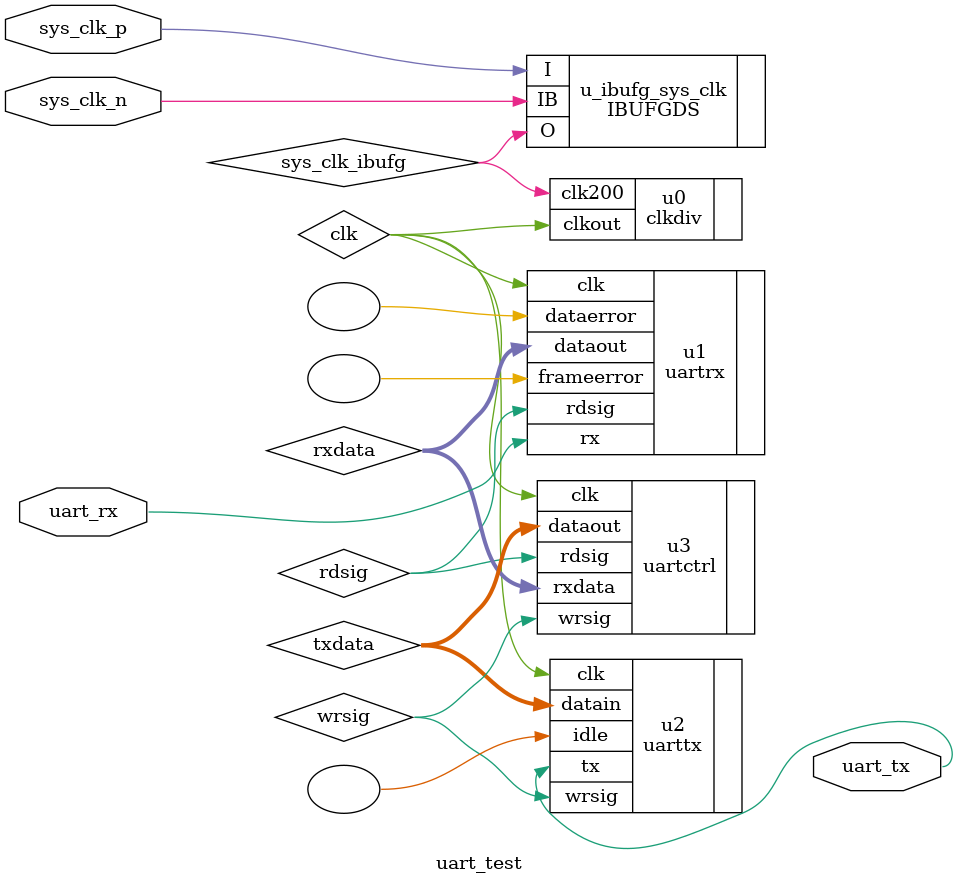
<source format=v>
`timescale 1ns / 1ps
module uart_test(
         input sys_clk_p,                     // ¿ª·¢°åÉÏ²î·ÖÊäÈëÊ±ÖÓP: 200Mhz
         input sys_clk_n,                     // ¿ª·¢°åÉÏ²î·ÖÊäÈëÊ±ÖÓN: 200Mhz
         input uart_rx,                       // ´®¿Ú½ÓÊÕ
         output uart_tx);                     // ´®¿Ú·¢ËÍ

////////////////²î·ÖÊ±ÖÓ×ª»»³Éµ¥¶ËÊ±ÖÓ////////////////////////
wire sys_clk_ibufg;
 IBUFGDS #
       (
        .DIFF_TERM    ("FALSE"),
        .IBUF_LOW_PWR ("FALSE")
        )
       u_ibufg_sys_clk
         (
          .I  (sys_clk_p),
          .IB (sys_clk_n),
          .O  (sys_clk_ibufg)
          );

wire clk;       //clock for 9600 uart port
wire [7:0] txdata,rxdata;     //´®¿Ú·¢ËÍÊý¾ÝºÍ´®¿Ú½ÓÊÕÊý¾Ý
wire rdsig;                   //´®¿Ú½ÓÊÕÊý¾ÝÓÐÐ§ÐÅºÅ
wire wrsig;                   //´®¿Ú·¢ËÍÊý¾ÝÓÐÐ§ÐÅºÅ


//²úÉúÊ±ÖÓµÄÆµÂÊÎª16*9600
clkdiv u0 (
		.clk200                  (sys_clk_ibufg),       //200MhzµÄ¾§ÕñÊäÈë                     
		.clkout                  (clk)                  //16±¶²¨ÌØÂÊµÄÊ±ÖÓ                        
 );

//´®¿Ú½ÓÊÕ³ÌÐò
uartrx u1 (
		.clk                     (clk),                 //16±¶²¨ÌØÂÊµÄÊ±ÖÓ 
        .rx	                     (uart_rx),  	        //´®¿Ú½ÓÊÕ
		.dataout                 (rxdata),              //uart ½ÓÊÕµ½µÄÊý¾Ý,Ò»¸ö×Ö½Ú                     
        .rdsig                   (rdsig),               //uart ½ÓÊÕµ½Êý¾ÝÓÐÐ§ 
		.dataerror               (),
		.frameerror              ()
);

//´®¿Ú·¢ËÍ³ÌÐò
uarttx u2 (
		.clk                     (clk),                  //16±¶²¨ÌØÂÊµÄÊ±ÖÓ  
	    .tx                      (uart_tx),			     //´®¿Ú·¢ËÍ
		.datain                  (txdata),               //uart ·¢ËÍµÄÊý¾Ý   
        .wrsig                   (wrsig),                //uart ·¢ËÍµÄÊý¾ÝÓÐÐ§  
        .idle                    () 	
	
 );

//´®¿ÚÊý¾Ý·¢ËÍ¿ØÖÆ³ÌÐò
uartctrl u3 (
		.clk                     (clk),                           
		.rdsig                   (rdsig),                //uart ½ÓÊÕµ½Êý¾ÝÓÐÐ§   
        .rxdata                  (rxdata), 		         //uart ½ÓÊÕµ½µÄÊý¾Ý 
        .wrsig                   (wrsig),                //uart ·¢ËÍµÄÊý¾ÝÓÐÐ§  
        .dataout                 (txdata)	             //uart ·¢ËÍµÄÊý¾Ý£¬Ò»¸ö×Ö½Ú 

	
 );
 

endmodule


</source>
